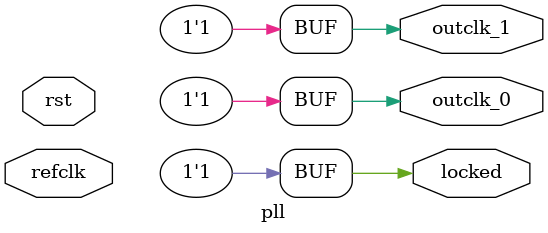
<source format=v>
`timescale 1ns/1ns

module  pll(
	input  refclk,
	input  rst,
	output reg outclk_0,
	output reg outclk_1,
	output reg locked
);

initial begin
    locked <= 1'b0;
    #26;
    locked <= 1'b1;
end

always begin
    outclk_0 <= 1'b0;
    outclk_1 <= 1'b0;
    #5;
    outclk_0 <= 1'b1;
    outclk_1 <= 1'b1;
    #5;
end


endmodule
</source>
